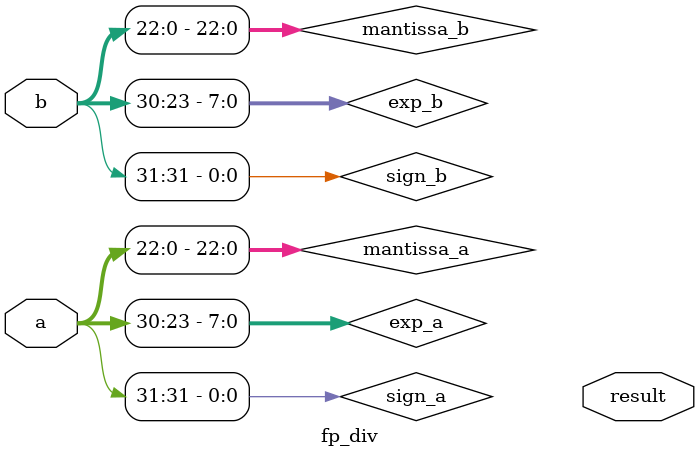
<source format=v>
`timescale 1ns / 1ps


module fp_div(
    input [31:0] a, 
    input [31:0] b, 
    output [31:0] result
);
// Floating-point division logic

// Break the inputs into sign, exponent, and mantissa
wire sign_a = a[31];
wire [7:0] exp_a = a[30:23];
wire [22:0] mantissa_a = a[22:0];

wire sign_b = b[31];
wire [7:0] exp_b = b[30:23];
wire [22:0] mantissa_b = b[22:0];

endmodule


</source>
